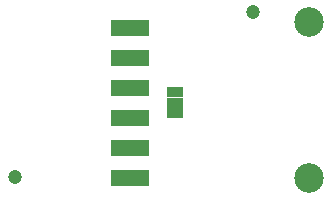
<source format=gbr>
G04 EAGLE Gerber X2 export*
%TF.Part,Single*%
%TF.FileFunction,Soldermask,Bot,1*%
%TF.FilePolarity,Negative*%
%TF.GenerationSoftware,Autodesk,EAGLE,9.1.3*%
%TF.CreationDate,2018-09-14T10:43:52Z*%
G75*
%MOMM*%
%FSLAX34Y34*%
%LPD*%
%AMOC8*
5,1,8,0,0,1.08239X$1,22.5*%
G01*
%ADD10R,1.473200X0.838200*%
%ADD11R,3.203200X1.453200*%
%ADD12C,1.203200*%
%ADD13C,2.503200*%


D10*
X152400Y95250D03*
X152400Y86360D03*
X152400Y77470D03*
D11*
X114260Y73660D03*
X114260Y48260D03*
X114260Y22860D03*
X114260Y99060D03*
X114260Y124460D03*
X114260Y149860D03*
D12*
X16764Y23876D03*
X217932Y163576D03*
D13*
X265500Y23200D03*
X265500Y154600D03*
M02*

</source>
